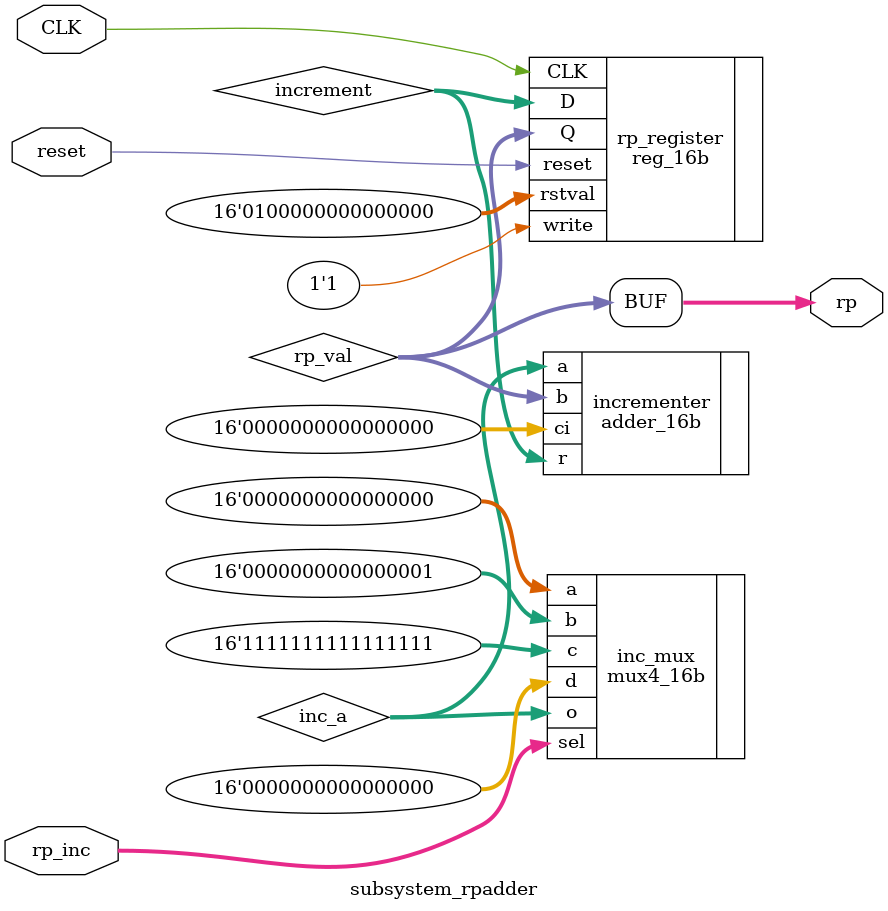
<source format=v>
`timescale 1ns / 1ps
module subsystem_rpadder(
	input [1:0] rp_inc,
	input CLK,
   input reset,
   output [15:0] rp
   );
	
	wire [15:0] inc_a;
	wire [15:0] increment;
	wire [15:0] rp_val;

	mux4_16b inc_mux(
		.a(16'b0),
		.b(16'b1),
		.c(-16'sb1),
		.d(16'b0),
		.sel(rp_inc),
		.o(inc_a)
	);

	adder_16b incrementer(
		.a(inc_a),
		.b(rp_val),
		.ci(16'b0),
		.r(increment)
	);

	reg_16b rp_register(
		.D(increment),
		.rstval(16'd16384),
		.write(1'b1),
		.reset(reset),
		.CLK(CLK),
		.Q(rp_val)
	);
	
	assign rp = rp_val;

endmodule

</source>
